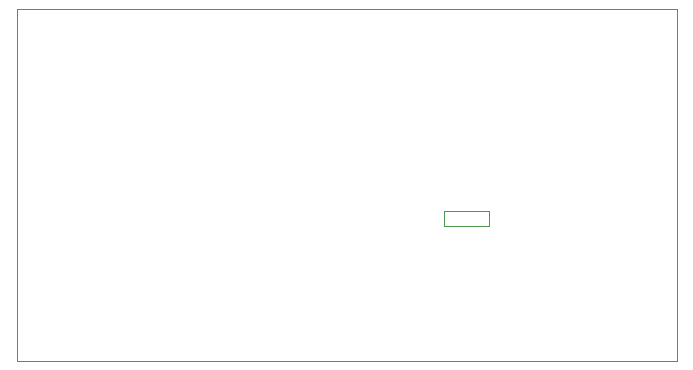
<source format=gm1>
%TF.GenerationSoftware,KiCad,Pcbnew,4.0.2-stable*%
%TF.CreationDate,2016-05-01T09:37:51-04:00*%
%TF.ProjectId,RGB-Controller,5247422D436F6E74726F6C6C65722E6B,rev?*%
%TF.FileFunction,Profile,NP*%
%FSLAX46Y46*%
G04 Gerber Fmt 4.6, Leading zero omitted, Abs format (unit mm)*
G04 Created by KiCad (PCBNEW 4.0.2-stable) date 5/1/2016 9:37:51 AM*
%MOMM*%
G01*
G04 APERTURE LIST*
%ADD10C,0.127000*%
%ADD11C,0.025400*%
G04 APERTURE END LIST*
D10*
D11*
X133985000Y-94615000D02*
X133985000Y-93345000D01*
X137795000Y-94615000D02*
X133985000Y-94615000D01*
X137795000Y-93345000D02*
X137795000Y-94615000D01*
X133985000Y-93345000D02*
X137795000Y-93345000D01*
X97790000Y-106045000D02*
X153670000Y-106045000D01*
X153670000Y-76200000D02*
X97790000Y-76200000D01*
X153670000Y-106045000D02*
X153670000Y-76200000D01*
X97790000Y-76200000D02*
X97790000Y-106045000D01*
M02*

</source>
